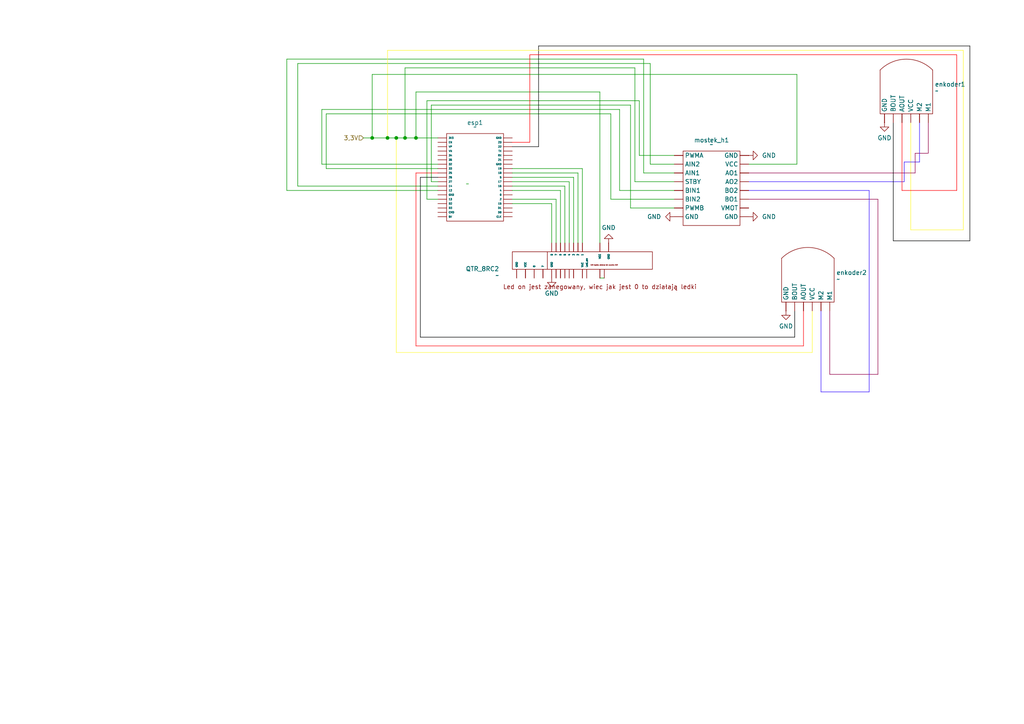
<source format=kicad_sch>
(kicad_sch (version 20231120) (generator "eeschema") (generator_version "8.0")
  (paper "A4")
  (lib_symbols
    (symbol "Pololu_961_1"
      (property "Reference" "QTR_8RC" (at 0 0 0))
      (symbol "Pololu_961_1_0_1"
        (rectangle (start -20.32 -3.81) (end 20.32 -8.89))
        (polyline (pts (xy -10.16 -3.81) (xy -10.16 -8.89)))
      )
      (symbol "Pololu_961_1_1_1"
        (text "3,3V bypass, polaczyc jak uzywamy 3,3V" (at 6.35 -7.62 0) (effects (font (size 0.254 0.254))))
        (text "Led on jest zanegowany, wiec jak jest 0 to działają ledki" (at 5.08 -13.97 0) (effects (font (size 1.27 1.27))))
        (pin input line (at -7.62 -11.43 90) (length 2.54) (name "") (number ""))
        (pin input line (at -6.35 -11.43 90) (length 2.54) (name "") (number ""))
        (pin input line (at -5.08 -11.43 90) (length 2.54) (name "") (number ""))
        (pin input line (at -3.81 -11.43 90) (length 2.54) (name "") (number ""))
        (pin input line (at -2.54 -11.43 90) (length 2.54) (name "") (number ""))
        (pin input line (at 5.08 -11.43 90) (length 2.54) (name "") (number ""))
        (pin input line (at 6.35 -11.43 90) (length 2.54) (name "") (number ""))
        (pin output line (at 0 -1.27 270) (length 2.54) (name "1") (number ""))
        (pin output line (at -1.27 -1.27 270) (length 2.54) (name "2") (number ""))
        (pin output line (at -2.54 -1.27 270) (length 2.54) (name "3") (number ""))
        (pin output line (at -3.81 -1.27 270) (length 2.54) (name "4") (number ""))
        (pin output line (at -5.08 -1.27 270) (length 2.54) (name "5") (number ""))
        (pin output line (at -6.35 -1.27 270) (length 2.54) (name "6") (number ""))
        (pin output line (at -11.43 -11.43 90) (length 2.54) (name "7") (number ""))
        (pin output line (at -7.62 -1.27 270) (length 2.54) (name "7") (number ""))
        (pin output line (at -13.97 -11.43 90) (length 2.54) (name "8") (number ""))
        (pin output line (at -8.89 -1.27 270) (length 2.54) (name "8") (number ""))
        (pin input line (at -19.05 -11.43 90) (length 2.54) (name "GND") (number ""))
        (pin input line (at -8.89 -11.43 90) (length 2.54) (name "GND") (number ""))
        (pin input line (at 7.62 -1.27 270) (length 2.54) (name "GND") (number ""))
        (pin input line (at 1.27 -11.43 90) (length 2.54) (name "Led_on") (number ""))
        (pin input line (at -16.51 -11.43 90) (length 2.54) (name "VCC") (number ""))
        (pin input line (at 5.08 -1.27 270) (length 2.54) (name "VCC") (number ""))
        (pin input line (at 0 -11.43 90) (length 2.54) (name "VcC") (number ""))
      )
    )
    (symbol "linefollower_sym:0J8934"
      (property "Reference" "enkoder" (at 3.81 -2.54 0))
      (symbol "0J8934_0_1"
        (polyline (pts (xy 11.43 -7.62) (xy 11.43 -20.32) (xy -3.81 -20.32) (xy -3.81 -7.62)))
        (arc (start 11.43 -7.62) (mid 3.81 -4.4637) (end -3.81 -7.62))
      )
      (symbol "0J8934_1_1"
        (pin output line (at 2.54 -22.86 90) (length 2.54) (name "AOUT") (number ""))
        (pin output line (at 0 -22.86 90) (length 2.54) (name "BOUT") (number ""))
        (pin input line (at -2.54 -22.86 90) (length 2.54) (name "GND") (number ""))
        (pin output line (at 10.16 -22.86 90) (length 2.54) (name "M1") (number ""))
        (pin output line (at 7.62 -22.86 90) (length 2.54) (name "M2") (number ""))
        (pin input line (at 5.08 -22.86 90) (length 2.54) (name "VCC") (number ""))
      )
    )
    (symbol "linefollower_sym:Pololu_0J7303"
      (property "Reference" "mostek_h" (at 0 3.81 0))
      (symbol "Pololu_0J7303_0_1"
        (rectangle (start -3.81 1.27) (end 12.7 -20.32))
      )
      (symbol "Pololu_0J7303_1_1"
        (pin input line (at -6.35 -5.08 0) (length 2.54) (name "AIN1") (number ""))
        (pin input line (at -6.35 -2.54 0) (length 2.54) (name "AIN2") (number ""))
        (pin output line (at 15.24 -5.08 180) (length 2.54) (name "AO1") (number ""))
        (pin output line (at 15.24 -7.62 180) (length 2.54) (name "AO2") (number ""))
        (pin input line (at -6.35 -10.16 0) (length 2.54) (name "BIN1") (number ""))
        (pin input line (at -6.35 -12.7 0) (length 2.54) (name "BIN2") (number ""))
        (pin output line (at 15.24 -12.7 180) (length 2.54) (name "BO1") (number ""))
        (pin output line (at 15.24 -10.16 180) (length 2.54) (name "BO2") (number ""))
        (pin input line (at -6.35 -17.78 0) (length 2.54) (name "GND") (number ""))
        (pin input line (at 15.24 -17.78 180) (length 2.54) (name "GND") (number ""))
        (pin input line (at 15.24 0 180) (length 2.54) (name "GND") (number ""))
        (pin input line (at -6.35 0 0) (length 2.54) (name "PWMA") (number ""))
        (pin input line (at -6.35 -15.24 0) (length 2.54) (name "PWMB") (number ""))
        (pin input line (at -6.35 -7.62 0) (length 2.54) (name "STBY") (number ""))
        (pin input line (at 15.24 -2.54 180) (length 2.54) (name "VCC") (number ""))
        (pin output line (at 15.24 -15.24 180) (length 2.54) (name "VMOT") (number ""))
      )
    )
    (symbol "linefollower_sym:esp32-devkit_C_"
      (property "Reference" "esp32" (at 0 1.27 0))
      (symbol "esp32-devkit_C__0_1"
        (rectangle (start -7.62 -1.27) (end 8.89 -26.67))
      )
      (symbol "esp32-devkit_C__1_1"
        (pin bidirectional line (at 11.43 -19.05 180) (length 2.54) (name "0") (number ""))
        (pin bidirectional line (at -10.16 -17.78 0) (length 2.54) (name "12") (number ""))
        (pin bidirectional line (at -10.16 -20.32 0) (length 2.54) (name "13") (number ""))
        (pin bidirectional line (at -10.16 -16.51 0) (length 2.54) (name "14") (number ""))
        (pin bidirectional line (at 11.43 -21.59 180) (length 2.54) (name "15") (number ""))
        (pin bidirectional line (at 11.43 -16.51 180) (length 2.54) (name "16") (number ""))
        (pin bidirectional line (at 11.43 -15.24 180) (length 2.54) (name "17") (number ""))
        (pin bidirectional line (at 11.43 -12.7 180) (length 2.54) (name "18") (number ""))
        (pin bidirectional line (at 11.43 -11.43 180) (length 2.54) (name "19") (number ""))
        (pin bidirectional line (at 11.43 -20.32 180) (length 2.54) (name "2") (number ""))
        (pin bidirectional line (at 11.43 -8.89 180) (length 2.54) (name "21") (number ""))
        (pin bidirectional line (at 11.43 -5.08 180) (length 2.54) (name "22") (number ""))
        (pin bidirectional line (at 11.43 -3.81 180) (length 2.54) (name "23") (number ""))
        (pin bidirectional line (at -10.16 -12.7 0) (length 2.54) (name "25") (number ""))
        (pin bidirectional line (at -10.16 -13.97 0) (length 2.54) (name "26") (number ""))
        (pin bidirectional line (at -10.16 -15.24 0) (length 2.54) (name "27") (number ""))
        (pin bidirectional line (at -10.16 -10.16 0) (length 2.54) (name "32") (number ""))
        (pin bidirectional line (at -10.16 -11.43 0) (length 2.54) (name "33") (number ""))
        (pin input line (at -10.16 -7.62 0) (length 2.54) (name "34") (number ""))
        (pin input line (at -10.16 -8.89 0) (length 2.54) (name "35") (number ""))
        (pin input line (at -10.16 -2.54 0) (length 2.54) (name "3V3") (number ""))
        (pin bidirectional line (at 11.43 -17.78 180) (length 2.54) (name "4") (number ""))
        (pin bidirectional line (at 11.43 -13.97 180) (length 2.54) (name "5") (number ""))
        (pin input line (at -10.16 -25.4 0) (length 2.54) (name "5V") (number ""))
        (pin bidirectional line (at 11.43 -25.4 180) (length 2.54) (name "CLK") (number ""))
        (pin bidirectional line (at -10.16 -24.13 0) (length 2.54) (name "CMD") (number ""))
        (pin bidirectional line (at 11.43 -24.13 180) (length 2.54) (name "D0") (number ""))
        (pin bidirectional line (at 11.43 -22.86 180) (length 2.54) (name "D1") (number ""))
        (pin bidirectional line (at -10.16 -21.59 0) (length 2.54) (name "D2") (number ""))
        (pin bidirectional line (at -10.16 -22.86 0) (length 2.54) (name "D3") (number ""))
        (pin input line (at -10.16 -3.81 0) (length 2.54) (name "EN") (number ""))
        (pin output line (at -10.16 -19.05 0) (length 2.54) (name "GND") (number ""))
        (pin output line (at 11.43 -10.16 180) (length 2.54) (name "GND") (number ""))
        (pin output line (at 11.43 -2.54 180) (length 2.54) (name "GND") (number ""))
        (pin bidirectional line (at 11.43 -7.62 180) (length 2.54) (name "RX") (number ""))
        (pin bidirectional line (at 11.43 -6.35 180) (length 2.54) (name "TX") (number ""))
        (pin input line (at -10.16 -6.35 0) (length 2.54) (name "VN") (number ""))
        (pin input line (at -10.16 -5.08 0) (length 2.54) (name "VP") (number ""))
      )
    )
    (symbol "power:GND" (power) (pin_numbers hide) (pin_names (offset 0) hide)
      (property "Value" "GND" (at 0 -3.81 0))
      (symbol "GND_0_1"
        (polyline (pts (xy 0 0) (xy 0 -1.27) (xy 1.27 -1.27) (xy 0 -2.54) (xy -1.27 -1.27) (xy 0 -1.27)))
      )
      (symbol "GND_1_1"
        (pin power_in line (at 0 0 270) (length 0) (name "~") (number "1"))
      )
    )
  )
  (junction (at 114.935 40.005))
  (junction (at 120.65 40.005))
  (junction (at 107.95 40.005))
  (junction (at 117.475 40.005))
  (junction (at 112.395 40.005))
  (wire (pts (xy 179.705 55.245) (xy 179.705 31.75)))
  (wire (pts (xy 168.91 48.895) (xy 148.59 48.895)))
  (wire (pts (xy 156.21 13.335) (xy 156.21 42.545)) (stroke (width 0) (color 2 4 4 1)))
  (wire (pts (xy 93.345 31.75) (xy 93.345 47.625)))
  (wire (pts (xy 93.345 47.625) (xy 127 47.625)))
  (wire (pts (xy 230.505 97.79) (xy 121.92 97.79)) (stroke (width 0) (color 2 4 4 1)))
  (wire (pts (xy 186.69 17.145) (xy 186.69 50.165)))
  (wire (pts (xy 120.65 40.005) (xy 127 40.005)))
  (wire (pts (xy 266.7 46.99) (xy 266.7 35.56)) (stroke (width 0) (color 54 17 255 1)))
  (wire (pts (xy 252.095 113.665) (xy 238.125 113.665)) (stroke (width 0) (color 54 17 255 1)))
  (wire (pts (xy 125.095 52.705) (xy 127 52.705)))
  (wire (pts (xy 167.64 50.165) (xy 148.59 50.165)))
  (wire (pts (xy 121.92 97.79) (xy 121.92 51.435)) (stroke (width 0) (color 2 4 4 1)))
  (wire (pts (xy 195.58 55.245) (xy 179.705 55.245)))
  (wire (pts (xy 117.475 40.005) (xy 120.65 40.005)))
  (wire (pts (xy 177.165 33.02) (xy 94.615 33.02)))
  (wire (pts (xy 195.58 52.705) (xy 184.15 52.705)))
  (wire (pts (xy 279.4 14.605) (xy 112.395 14.605)) (stroke (width 0) (color 255 249 54 1)))
  (wire (pts (xy 185.42 45.085) (xy 195.58 45.085)))
  (wire (pts (xy 117.475 19.685) (xy 184.15 19.685)))
  (wire (pts (xy 163.83 53.975) (xy 148.59 53.975)))
  (wire (pts (xy 279.4 66.675) (xy 279.4 14.605)) (stroke (width 0) (color 255 249 54 1)))
  (wire (pts (xy 269.24 44.45) (xy 265.43 44.45)) (stroke (width 0) (color 145 0 72 1)))
  (wire (pts (xy 177.165 57.785) (xy 195.58 57.785)))
  (wire (pts (xy 114.935 102.235) (xy 114.935 40.005)) (stroke (width 0) (color 255 250 61 1)))
  (wire (pts (xy 107.95 21.59) (xy 107.95 40.005)))
  (wire (pts (xy 173.99 70.485) (xy 173.99 26.67)))
  (wire (pts (xy 117.475 19.685) (xy 117.475 40.005)))
  (wire (pts (xy 153.67 15.875) (xy 277.495 15.875)) (stroke (width 0) (color 255 0 6 1)))
  (wire (pts (xy 83.185 17.145) (xy 186.69 17.145)))
  (wire (pts (xy 179.705 31.75) (xy 93.345 31.75)))
  (wire (pts (xy 166.37 51.435) (xy 166.37 70.485)))
  (wire (pts (xy 259.08 69.85) (xy 281.305 69.85)) (stroke (width 0) (color 2 4 4 1)))
  (wire (pts (xy 120.65 26.67) (xy 120.65 40.005)))
  (wire (pts (xy 83.185 55.245) (xy 83.185 17.145)))
  (wire (pts (xy 114.935 40.005) (xy 117.475 40.005)))
  (wire (pts (xy 259.08 35.56) (xy 259.08 69.85)) (stroke (width 0) (color 2 4 4 1)))
  (wire (pts (xy 107.95 40.005) (xy 112.395 40.005)))
  (wire (pts (xy 123.825 29.21) (xy 185.42 29.21)))
  (wire (pts (xy 252.095 55.245) (xy 252.095 113.665)) (stroke (width 0) (color 54 17 255 1)))
  (wire (pts (xy 125.095 30.48) (xy 182.88 30.48)))
  (wire (pts (xy 166.37 51.435) (xy 148.59 51.435)))
  (wire (pts (xy 94.615 33.02) (xy 94.615 48.895)))
  (wire (pts (xy 121.92 51.435) (xy 127 51.435)) (stroke (width 0) (color 2 4 4 1)))
  (wire (pts (xy 163.83 53.975) (xy 163.83 70.485)))
  (wire (pts (xy 112.395 40.005) (xy 114.935 40.005)))
  (wire (pts (xy 261.62 35.56) (xy 261.62 55.245)) (stroke (width 0) (color 255 0 6 1)))
  (wire (pts (xy 188.595 47.625) (xy 195.58 47.625)))
  (wire (pts (xy 235.585 90.17) (xy 235.585 102.235)) (stroke (width 0) (color 255 250 61 1)))
  (wire (pts (xy 261.62 55.245) (xy 277.495 55.245)) (stroke (width 0) (color 255 0 6 1)))
  (wire (pts (xy 217.17 47.625) (xy 231.14 47.625)))
  (wire (pts (xy 148.59 52.705) (xy 165.1 52.705)))
  (wire (pts (xy 231.14 47.625) (xy 231.14 21.59)))
  (wire (pts (xy 231.14 21.59) (xy 107.95 21.59)))
  (wire (pts (xy 112.395 14.605) (xy 112.395 40.005)) (stroke (width 0) (color 255 249 54 1)))
  (wire (pts (xy 168.91 48.895) (xy 168.91 70.485)))
  (wire (pts (xy 182.88 30.48) (xy 182.88 60.325)))
  (wire (pts (xy 123.825 29.21) (xy 123.825 57.785)))
  (wire (pts (xy 148.59 42.545) (xy 156.21 42.545)) (stroke (width 0) (color 2 4 4 1)))
  (wire (pts (xy 135.255 53.34) (xy 135.89 53.34)))
  (wire (pts (xy 265.43 44.45) (xy 265.43 50.165)) (stroke (width 0) (color 145 0 72 1)))
  (wire (pts (xy 238.125 90.17) (xy 238.125 113.665)) (stroke (width 0) (color 54 17 255 1)))
  (wire (pts (xy 230.505 90.17) (xy 230.505 97.79)) (stroke (width 0) (color 2 4 4 1)))
  (wire (pts (xy 264.16 66.675) (xy 279.4 66.675)) (stroke (width 0) (color 255 249 54 1)))
  (wire (pts (xy 173.99 80.645) (xy 175.26 80.645)))
  (wire (pts (xy 86.36 53.975) (xy 127 53.975)))
  (wire (pts (xy 185.42 29.21) (xy 185.42 45.085)))
  (wire (pts (xy 105.41 40.005) (xy 107.95 40.005)))
  (wire (pts (xy 162.56 55.245) (xy 162.56 70.485)))
  (wire (pts (xy 120.65 100.33) (xy 120.65 50.165)) (stroke (width 0) (color 255 0 6 1)))
  (wire (pts (xy 254.635 57.785) (xy 254.635 108.585)) (stroke (width 0) (color 145 0 72 1)))
  (wire (pts (xy 265.43 50.165) (xy 217.17 50.165)) (stroke (width 0) (color 145 0 72 1)))
  (wire (pts (xy 153.67 41.275) (xy 148.59 41.275)) (stroke (width 0) (color 255 0 6 1)))
  (wire (pts (xy 262.255 46.99) (xy 266.7 46.99)) (stroke (width 0) (color 54 17 255 1)))
  (wire (pts (xy 86.36 18.415) (xy 188.595 18.415)))
  (wire (pts (xy 148.59 59.055) (xy 160.02 59.055)))
  (wire (pts (xy 161.29 57.785) (xy 161.29 70.485)))
  (wire (pts (xy 217.17 55.245) (xy 252.095 55.245)) (stroke (width 0) (color 54 17 255 1)))
  (wire (pts (xy 217.17 57.785) (xy 254.635 57.785)) (stroke (width 0) (color 145 0 72 1)))
  (wire (pts (xy 269.24 35.56) (xy 269.24 44.45)) (stroke (width 0) (color 145 0 72 1)))
  (wire (pts (xy 94.615 48.895) (xy 127 48.895)))
  (wire (pts (xy 240.665 108.585) (xy 254.635 108.585)) (stroke (width 0) (color 145 0 72 1)))
  (wire (pts (xy 186.69 50.165) (xy 195.58 50.165)))
  (wire (pts (xy 86.36 53.975) (xy 86.36 18.415)))
  (wire (pts (xy 153.67 15.875) (xy 153.67 41.275)) (stroke (width 0) (color 255 0 6 1)))
  (wire (pts (xy 123.825 57.785) (xy 127 57.785)))
  (wire (pts (xy 173.99 26.67) (xy 120.65 26.67)))
  (wire (pts (xy 167.64 50.165) (xy 167.64 70.485)))
  (wire (pts (xy 235.585 102.235) (xy 114.935 102.235)) (stroke (width 0) (color 255 250 61 1)))
  (wire (pts (xy 125.095 30.48) (xy 125.095 52.705)))
  (wire (pts (xy 120.65 50.165) (xy 127 50.165)) (stroke (width 0) (color 255 0 6 1)))
  (wire (pts (xy 184.15 52.705) (xy 184.15 19.685)))
  (wire (pts (xy 148.59 57.785) (xy 161.29 57.785)))
  (wire (pts (xy 160.02 59.055) (xy 160.02 70.485)))
  (wire (pts (xy 281.305 69.85) (xy 281.305 13.335)) (stroke (width 0) (color 2 4 4 1)))
  (wire (pts (xy 188.595 18.415) (xy 188.595 47.625)))
  (wire (pts (xy 127 55.245) (xy 83.185 55.245)))
  (wire (pts (xy 281.305 13.335) (xy 156.21 13.335)) (stroke (width 0) (color 2 4 4 1)))
  (wire (pts (xy 162.56 55.245) (xy 148.59 55.245)))
  (wire (pts (xy 277.495 55.245) (xy 277.495 15.875)) (stroke (width 0) (color 255 0 6 1)))
  (wire (pts (xy 262.255 52.705) (xy 217.17 52.705)) (stroke (width 0) (color 54 17 255 1)))
  (wire (pts (xy 165.1 52.705) (xy 165.1 70.485)))
  (wire (pts (xy 182.88 60.325) (xy 195.58 60.325)))
  (wire (pts (xy 240.665 90.17) (xy 240.665 108.585)) (stroke (width 0) (color 145 0 72 1)))
  (wire (pts (xy 233.045 90.17) (xy 233.045 100.33)) (stroke (width 0) (color 255 0 6 1)))
  (wire (pts (xy 177.165 57.785) (xy 177.165 33.02)))
  (wire (pts (xy 264.16 35.56) (xy 264.16 66.675)) (stroke (width 0) (color 255 249 54 1)))
  (wire (pts (xy 262.255 46.99) (xy 262.255 52.705)) (stroke (width 0) (color 54 17 255 1)))
  (wire (pts (xy 120.65 100.33) (xy 233.045 100.33)) (stroke (width 0) (color 255 0 6 1)))
  (hierarchical_label "3,3V" (shape input) (at 105.41 40.005 180))
  (symbol (lib_id "power:GND") (at 160.02 80.645 0) (unit 1)
    (property "Reference" "#PWR04" (effects (hide yes)))
    (property "Value" "GND" (at 160.02 85.09 0))
    (property "Description" "Power symbol creates a global label with name \"GND\" , ground" (effects (hide yes)))
  )
  (symbol (lib_id "linefollower_sym:esp32-devkit_C_") (at 137.16 37.465 0) (unit 1)
    (property "Reference" "esp1" (at 137.795 35.56 0))
    (property "Value" "~" (at 137.795 36.83 0))
  )
  (symbol (lib_id "linefollower_sym:0J8934") (at 230.505 67.31 0) (unit 1)
    (property "Reference" "enkoder2" (at 242.57 79.0667 0) (effects (justify left)))
    (property "Value" "~" (at 242.57 80.9718 0) (effects (justify left)))
  )
  (symbol (lib_id "power:GND") (at 195.58 62.865 270) (unit 1)
    (property "Reference" "#PWR03" (effects (hide yes)))
    (property "Value" "GND" (at 191.77 62.8649 90) (effects (justify right)))
    (property "Description" "Power symbol creates a global label with name \"GND\" , ground" (effects (hide yes)))
  )
  (symbol (lib_id "power:GND") (at 227.965 90.17 0) (unit 1)
    (property "Reference" "#PWR05" (effects (hide yes)))
    (property "Value" "GND" (at 227.965 94.615 0))
    (property "Description" "Power symbol creates a global label with name \"GND\" , ground" (effects (hide yes)))
  )
  (symbol (lib_id "power:GND") (at 217.17 62.865 90) (unit 1)
    (property "Reference" "#PWR02" (effects (hide yes)))
    (property "Value" "GND" (at 220.98 62.8649 90) (effects (justify right)))
    (property "Description" "Power symbol creates a global label with name \"GND\" , ground" (effects (hide yes)))
  )
  (symbol (lib_id "linefollower_sym:0J8934") (at 259.08 12.7 0) (unit 1)
    (property "Reference" "enkoder1" (at 271.145 24.4567 0) (effects (justify left)))
    (property "Value" "~" (at 271.145 26.3618 0) (effects (justify left)))
  )
  (symbol (lib_id "linefollower_sym:Pololu_0J7303") (at 201.93 45.085 0) (unit 1)
    (property "Reference" "mostek_h1" (at 206.375 40.64 0))
    (property "Value" "~" (at 206.375 41.91 0))
  )
  (symbol (lib_id "power:GND") (at 176.53 70.485 180) (unit 1)
    (property "Reference" "#PWR07" (effects (hide yes)))
    (property "Value" "GND" (at 176.53 66.04 0))
    (property "Description" "Power symbol creates a global label with name \"GND\" , ground" (effects (hide yes)))
  )
  (symbol (lib_name "Pololu_961_1") (lib_id "linefollower_sym:Pololu_961") (at 168.91 69.215 0) (unit 1)
    (property "Reference" "QTR_8RC2" (at 144.78 77.9807 0) (effects (justify right)))
    (property "Value" "~" (at 144.78 79.8858 0) (effects (justify right)))
  )
  (symbol (lib_id "power:GND") (at 217.17 45.085 90) (unit 1)
    (property "Reference" "#PWR06" (effects (hide yes)))
    (property "Value" "GND" (at 220.98 45.0849 90) (effects (justify right)))
    (property "Description" "Power symbol creates a global label with name \"GND\" , ground" (effects (hide yes)))
  )
  (symbol (lib_id "power:GND") (at 256.54 35.56 0) (unit 1)
    (property "Reference" "#PWR01" (effects (hide yes)))
    (property "Value" "GND" (at 256.54 40.005 0))
    (property "Description" "Power symbol creates a global label with name \"GND\" , ground" (effects (hide yes)))
  )
)
</source>
